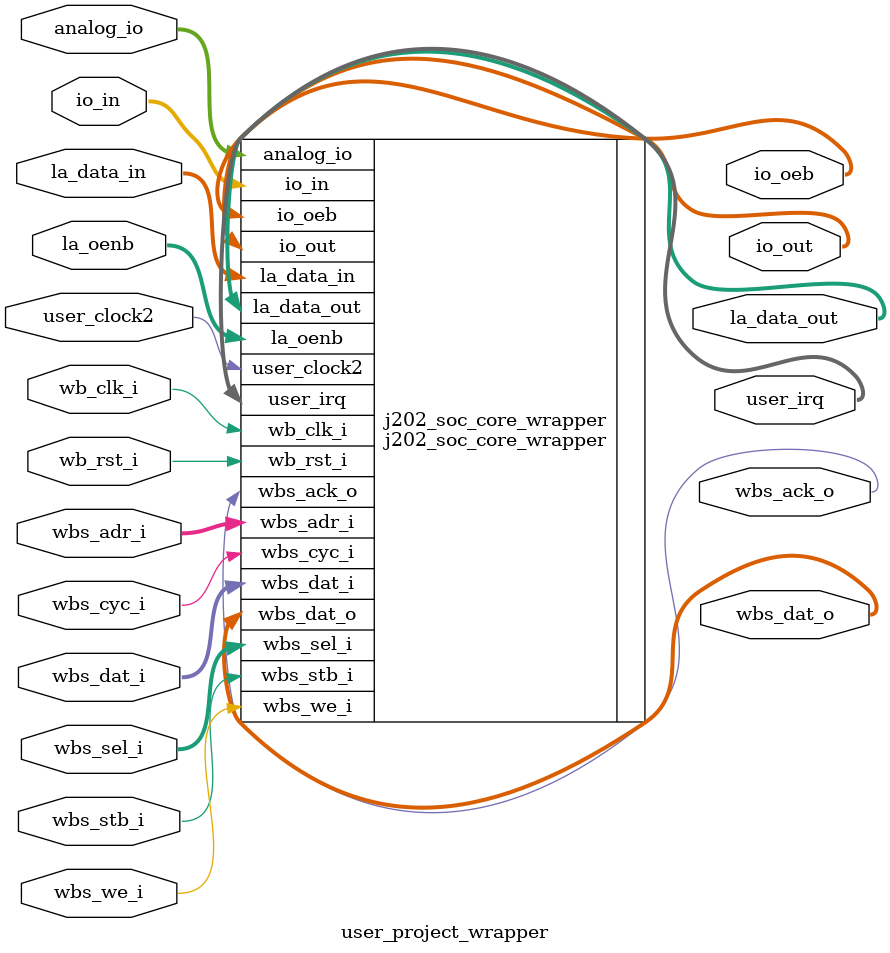
<source format=v>
module user_project_wrapper (user_clock2,
    wb_clk_i,
    wb_rst_i,
    wbs_ack_o,
    wbs_cyc_i,
    wbs_stb_i,
    wbs_we_i,
    analog_io,
    io_in,
    io_oeb,
    io_out,
    la_data_in,
    la_data_out,
    la_oenb,
    user_irq,
    wbs_adr_i,
    wbs_dat_i,
    wbs_dat_o,
    wbs_sel_i);
 input user_clock2;
 input wb_clk_i;
 input wb_rst_i;
 output wbs_ack_o;
 input wbs_cyc_i;
 input wbs_stb_i;
 input wbs_we_i;
 inout [28:0] analog_io;
 input [37:0] io_in;
 output [37:0] io_oeb;
 output [37:0] io_out;
 input [127:0] la_data_in;
 output [127:0] la_data_out;
 input [127:0] la_oenb;
 output [2:0] user_irq;
 input [31:0] wbs_adr_i;
 input [31:0] wbs_dat_i;
 output [31:0] wbs_dat_o;
 input [3:0] wbs_sel_i;


 j202_soc_core_wrapper j202_soc_core_wrapper (.user_clock2(user_clock2),
    .wb_clk_i(wb_clk_i),
    .wb_rst_i(wb_rst_i),
    .wbs_ack_o(wbs_ack_o),
    .wbs_cyc_i(wbs_cyc_i),
    .wbs_stb_i(wbs_stb_i),
    .wbs_we_i(wbs_we_i),
    .analog_io({analog_io[28],
    analog_io[27],
    analog_io[26],
    analog_io[25],
    analog_io[24],
    analog_io[23],
    analog_io[22],
    analog_io[21],
    analog_io[20],
    analog_io[19],
    analog_io[18],
    analog_io[17],
    analog_io[16],
    analog_io[15],
    analog_io[14],
    analog_io[13],
    analog_io[12],
    analog_io[11],
    analog_io[10],
    analog_io[9],
    analog_io[8],
    analog_io[7],
    analog_io[6],
    analog_io[5],
    analog_io[4],
    analog_io[3],
    analog_io[2],
    analog_io[1],
    analog_io[0]}),
    .io_in({io_in[37],
    io_in[36],
    io_in[35],
    io_in[34],
    io_in[33],
    io_in[32],
    io_in[31],
    io_in[30],
    io_in[29],
    io_in[28],
    io_in[27],
    io_in[26],
    io_in[25],
    io_in[24],
    io_in[23],
    io_in[22],
    io_in[21],
    io_in[20],
    io_in[19],
    io_in[18],
    io_in[17],
    io_in[16],
    io_in[15],
    io_in[14],
    io_in[13],
    io_in[12],
    io_in[11],
    io_in[10],
    io_in[9],
    io_in[8],
    io_in[7],
    io_in[6],
    io_in[5],
    io_in[4],
    io_in[3],
    io_in[2],
    io_in[1],
    io_in[0]}),
    .io_oeb({io_oeb[37],
    io_oeb[36],
    io_oeb[35],
    io_oeb[34],
    io_oeb[33],
    io_oeb[32],
    io_oeb[31],
    io_oeb[30],
    io_oeb[29],
    io_oeb[28],
    io_oeb[27],
    io_oeb[26],
    io_oeb[25],
    io_oeb[24],
    io_oeb[23],
    io_oeb[22],
    io_oeb[21],
    io_oeb[20],
    io_oeb[19],
    io_oeb[18],
    io_oeb[17],
    io_oeb[16],
    io_oeb[15],
    io_oeb[14],
    io_oeb[13],
    io_oeb[12],
    io_oeb[11],
    io_oeb[10],
    io_oeb[9],
    io_oeb[8],
    io_oeb[7],
    io_oeb[6],
    io_oeb[5],
    io_oeb[4],
    io_oeb[3],
    io_oeb[2],
    io_oeb[1],
    io_oeb[0]}),
    .io_out({io_out[37],
    io_out[36],
    io_out[35],
    io_out[34],
    io_out[33],
    io_out[32],
    io_out[31],
    io_out[30],
    io_out[29],
    io_out[28],
    io_out[27],
    io_out[26],
    io_out[25],
    io_out[24],
    io_out[23],
    io_out[22],
    io_out[21],
    io_out[20],
    io_out[19],
    io_out[18],
    io_out[17],
    io_out[16],
    io_out[15],
    io_out[14],
    io_out[13],
    io_out[12],
    io_out[11],
    io_out[10],
    io_out[9],
    io_out[8],
    io_out[7],
    io_out[6],
    io_out[5],
    io_out[4],
    io_out[3],
    io_out[2],
    io_out[1],
    io_out[0]}),
    .la_data_in({la_data_in[127],
    la_data_in[126],
    la_data_in[125],
    la_data_in[124],
    la_data_in[123],
    la_data_in[122],
    la_data_in[121],
    la_data_in[120],
    la_data_in[119],
    la_data_in[118],
    la_data_in[117],
    la_data_in[116],
    la_data_in[115],
    la_data_in[114],
    la_data_in[113],
    la_data_in[112],
    la_data_in[111],
    la_data_in[110],
    la_data_in[109],
    la_data_in[108],
    la_data_in[107],
    la_data_in[106],
    la_data_in[105],
    la_data_in[104],
    la_data_in[103],
    la_data_in[102],
    la_data_in[101],
    la_data_in[100],
    la_data_in[99],
    la_data_in[98],
    la_data_in[97],
    la_data_in[96],
    la_data_in[95],
    la_data_in[94],
    la_data_in[93],
    la_data_in[92],
    la_data_in[91],
    la_data_in[90],
    la_data_in[89],
    la_data_in[88],
    la_data_in[87],
    la_data_in[86],
    la_data_in[85],
    la_data_in[84],
    la_data_in[83],
    la_data_in[82],
    la_data_in[81],
    la_data_in[80],
    la_data_in[79],
    la_data_in[78],
    la_data_in[77],
    la_data_in[76],
    la_data_in[75],
    la_data_in[74],
    la_data_in[73],
    la_data_in[72],
    la_data_in[71],
    la_data_in[70],
    la_data_in[69],
    la_data_in[68],
    la_data_in[67],
    la_data_in[66],
    la_data_in[65],
    la_data_in[64],
    la_data_in[63],
    la_data_in[62],
    la_data_in[61],
    la_data_in[60],
    la_data_in[59],
    la_data_in[58],
    la_data_in[57],
    la_data_in[56],
    la_data_in[55],
    la_data_in[54],
    la_data_in[53],
    la_data_in[52],
    la_data_in[51],
    la_data_in[50],
    la_data_in[49],
    la_data_in[48],
    la_data_in[47],
    la_data_in[46],
    la_data_in[45],
    la_data_in[44],
    la_data_in[43],
    la_data_in[42],
    la_data_in[41],
    la_data_in[40],
    la_data_in[39],
    la_data_in[38],
    la_data_in[37],
    la_data_in[36],
    la_data_in[35],
    la_data_in[34],
    la_data_in[33],
    la_data_in[32],
    la_data_in[31],
    la_data_in[30],
    la_data_in[29],
    la_data_in[28],
    la_data_in[27],
    la_data_in[26],
    la_data_in[25],
    la_data_in[24],
    la_data_in[23],
    la_data_in[22],
    la_data_in[21],
    la_data_in[20],
    la_data_in[19],
    la_data_in[18],
    la_data_in[17],
    la_data_in[16],
    la_data_in[15],
    la_data_in[14],
    la_data_in[13],
    la_data_in[12],
    la_data_in[11],
    la_data_in[10],
    la_data_in[9],
    la_data_in[8],
    la_data_in[7],
    la_data_in[6],
    la_data_in[5],
    la_data_in[4],
    la_data_in[3],
    la_data_in[2],
    la_data_in[1],
    la_data_in[0]}),
    .la_data_out({la_data_out[127],
    la_data_out[126],
    la_data_out[125],
    la_data_out[124],
    la_data_out[123],
    la_data_out[122],
    la_data_out[121],
    la_data_out[120],
    la_data_out[119],
    la_data_out[118],
    la_data_out[117],
    la_data_out[116],
    la_data_out[115],
    la_data_out[114],
    la_data_out[113],
    la_data_out[112],
    la_data_out[111],
    la_data_out[110],
    la_data_out[109],
    la_data_out[108],
    la_data_out[107],
    la_data_out[106],
    la_data_out[105],
    la_data_out[104],
    la_data_out[103],
    la_data_out[102],
    la_data_out[101],
    la_data_out[100],
    la_data_out[99],
    la_data_out[98],
    la_data_out[97],
    la_data_out[96],
    la_data_out[95],
    la_data_out[94],
    la_data_out[93],
    la_data_out[92],
    la_data_out[91],
    la_data_out[90],
    la_data_out[89],
    la_data_out[88],
    la_data_out[87],
    la_data_out[86],
    la_data_out[85],
    la_data_out[84],
    la_data_out[83],
    la_data_out[82],
    la_data_out[81],
    la_data_out[80],
    la_data_out[79],
    la_data_out[78],
    la_data_out[77],
    la_data_out[76],
    la_data_out[75],
    la_data_out[74],
    la_data_out[73],
    la_data_out[72],
    la_data_out[71],
    la_data_out[70],
    la_data_out[69],
    la_data_out[68],
    la_data_out[67],
    la_data_out[66],
    la_data_out[65],
    la_data_out[64],
    la_data_out[63],
    la_data_out[62],
    la_data_out[61],
    la_data_out[60],
    la_data_out[59],
    la_data_out[58],
    la_data_out[57],
    la_data_out[56],
    la_data_out[55],
    la_data_out[54],
    la_data_out[53],
    la_data_out[52],
    la_data_out[51],
    la_data_out[50],
    la_data_out[49],
    la_data_out[48],
    la_data_out[47],
    la_data_out[46],
    la_data_out[45],
    la_data_out[44],
    la_data_out[43],
    la_data_out[42],
    la_data_out[41],
    la_data_out[40],
    la_data_out[39],
    la_data_out[38],
    la_data_out[37],
    la_data_out[36],
    la_data_out[35],
    la_data_out[34],
    la_data_out[33],
    la_data_out[32],
    la_data_out[31],
    la_data_out[30],
    la_data_out[29],
    la_data_out[28],
    la_data_out[27],
    la_data_out[26],
    la_data_out[25],
    la_data_out[24],
    la_data_out[23],
    la_data_out[22],
    la_data_out[21],
    la_data_out[20],
    la_data_out[19],
    la_data_out[18],
    la_data_out[17],
    la_data_out[16],
    la_data_out[15],
    la_data_out[14],
    la_data_out[13],
    la_data_out[12],
    la_data_out[11],
    la_data_out[10],
    la_data_out[9],
    la_data_out[8],
    la_data_out[7],
    la_data_out[6],
    la_data_out[5],
    la_data_out[4],
    la_data_out[3],
    la_data_out[2],
    la_data_out[1],
    la_data_out[0]}),
    .la_oenb({la_oenb[127],
    la_oenb[126],
    la_oenb[125],
    la_oenb[124],
    la_oenb[123],
    la_oenb[122],
    la_oenb[121],
    la_oenb[120],
    la_oenb[119],
    la_oenb[118],
    la_oenb[117],
    la_oenb[116],
    la_oenb[115],
    la_oenb[114],
    la_oenb[113],
    la_oenb[112],
    la_oenb[111],
    la_oenb[110],
    la_oenb[109],
    la_oenb[108],
    la_oenb[107],
    la_oenb[106],
    la_oenb[105],
    la_oenb[104],
    la_oenb[103],
    la_oenb[102],
    la_oenb[101],
    la_oenb[100],
    la_oenb[99],
    la_oenb[98],
    la_oenb[97],
    la_oenb[96],
    la_oenb[95],
    la_oenb[94],
    la_oenb[93],
    la_oenb[92],
    la_oenb[91],
    la_oenb[90],
    la_oenb[89],
    la_oenb[88],
    la_oenb[87],
    la_oenb[86],
    la_oenb[85],
    la_oenb[84],
    la_oenb[83],
    la_oenb[82],
    la_oenb[81],
    la_oenb[80],
    la_oenb[79],
    la_oenb[78],
    la_oenb[77],
    la_oenb[76],
    la_oenb[75],
    la_oenb[74],
    la_oenb[73],
    la_oenb[72],
    la_oenb[71],
    la_oenb[70],
    la_oenb[69],
    la_oenb[68],
    la_oenb[67],
    la_oenb[66],
    la_oenb[65],
    la_oenb[64],
    la_oenb[63],
    la_oenb[62],
    la_oenb[61],
    la_oenb[60],
    la_oenb[59],
    la_oenb[58],
    la_oenb[57],
    la_oenb[56],
    la_oenb[55],
    la_oenb[54],
    la_oenb[53],
    la_oenb[52],
    la_oenb[51],
    la_oenb[50],
    la_oenb[49],
    la_oenb[48],
    la_oenb[47],
    la_oenb[46],
    la_oenb[45],
    la_oenb[44],
    la_oenb[43],
    la_oenb[42],
    la_oenb[41],
    la_oenb[40],
    la_oenb[39],
    la_oenb[38],
    la_oenb[37],
    la_oenb[36],
    la_oenb[35],
    la_oenb[34],
    la_oenb[33],
    la_oenb[32],
    la_oenb[31],
    la_oenb[30],
    la_oenb[29],
    la_oenb[28],
    la_oenb[27],
    la_oenb[26],
    la_oenb[25],
    la_oenb[24],
    la_oenb[23],
    la_oenb[22],
    la_oenb[21],
    la_oenb[20],
    la_oenb[19],
    la_oenb[18],
    la_oenb[17],
    la_oenb[16],
    la_oenb[15],
    la_oenb[14],
    la_oenb[13],
    la_oenb[12],
    la_oenb[11],
    la_oenb[10],
    la_oenb[9],
    la_oenb[8],
    la_oenb[7],
    la_oenb[6],
    la_oenb[5],
    la_oenb[4],
    la_oenb[3],
    la_oenb[2],
    la_oenb[1],
    la_oenb[0]}),
    .user_irq({user_irq[2],
    user_irq[1],
    user_irq[0]}),
    .wbs_adr_i({wbs_adr_i[31],
    wbs_adr_i[30],
    wbs_adr_i[29],
    wbs_adr_i[28],
    wbs_adr_i[27],
    wbs_adr_i[26],
    wbs_adr_i[25],
    wbs_adr_i[24],
    wbs_adr_i[23],
    wbs_adr_i[22],
    wbs_adr_i[21],
    wbs_adr_i[20],
    wbs_adr_i[19],
    wbs_adr_i[18],
    wbs_adr_i[17],
    wbs_adr_i[16],
    wbs_adr_i[15],
    wbs_adr_i[14],
    wbs_adr_i[13],
    wbs_adr_i[12],
    wbs_adr_i[11],
    wbs_adr_i[10],
    wbs_adr_i[9],
    wbs_adr_i[8],
    wbs_adr_i[7],
    wbs_adr_i[6],
    wbs_adr_i[5],
    wbs_adr_i[4],
    wbs_adr_i[3],
    wbs_adr_i[2],
    wbs_adr_i[1],
    wbs_adr_i[0]}),
    .wbs_dat_i({wbs_dat_i[31],
    wbs_dat_i[30],
    wbs_dat_i[29],
    wbs_dat_i[28],
    wbs_dat_i[27],
    wbs_dat_i[26],
    wbs_dat_i[25],
    wbs_dat_i[24],
    wbs_dat_i[23],
    wbs_dat_i[22],
    wbs_dat_i[21],
    wbs_dat_i[20],
    wbs_dat_i[19],
    wbs_dat_i[18],
    wbs_dat_i[17],
    wbs_dat_i[16],
    wbs_dat_i[15],
    wbs_dat_i[14],
    wbs_dat_i[13],
    wbs_dat_i[12],
    wbs_dat_i[11],
    wbs_dat_i[10],
    wbs_dat_i[9],
    wbs_dat_i[8],
    wbs_dat_i[7],
    wbs_dat_i[6],
    wbs_dat_i[5],
    wbs_dat_i[4],
    wbs_dat_i[3],
    wbs_dat_i[2],
    wbs_dat_i[1],
    wbs_dat_i[0]}),
    .wbs_dat_o({wbs_dat_o[31],
    wbs_dat_o[30],
    wbs_dat_o[29],
    wbs_dat_o[28],
    wbs_dat_o[27],
    wbs_dat_o[26],
    wbs_dat_o[25],
    wbs_dat_o[24],
    wbs_dat_o[23],
    wbs_dat_o[22],
    wbs_dat_o[21],
    wbs_dat_o[20],
    wbs_dat_o[19],
    wbs_dat_o[18],
    wbs_dat_o[17],
    wbs_dat_o[16],
    wbs_dat_o[15],
    wbs_dat_o[14],
    wbs_dat_o[13],
    wbs_dat_o[12],
    wbs_dat_o[11],
    wbs_dat_o[10],
    wbs_dat_o[9],
    wbs_dat_o[8],
    wbs_dat_o[7],
    wbs_dat_o[6],
    wbs_dat_o[5],
    wbs_dat_o[4],
    wbs_dat_o[3],
    wbs_dat_o[2],
    wbs_dat_o[1],
    wbs_dat_o[0]}),
    .wbs_sel_i({wbs_sel_i[3],
    wbs_sel_i[2],
    wbs_sel_i[1],
    wbs_sel_i[0]}));
endmodule


</source>
